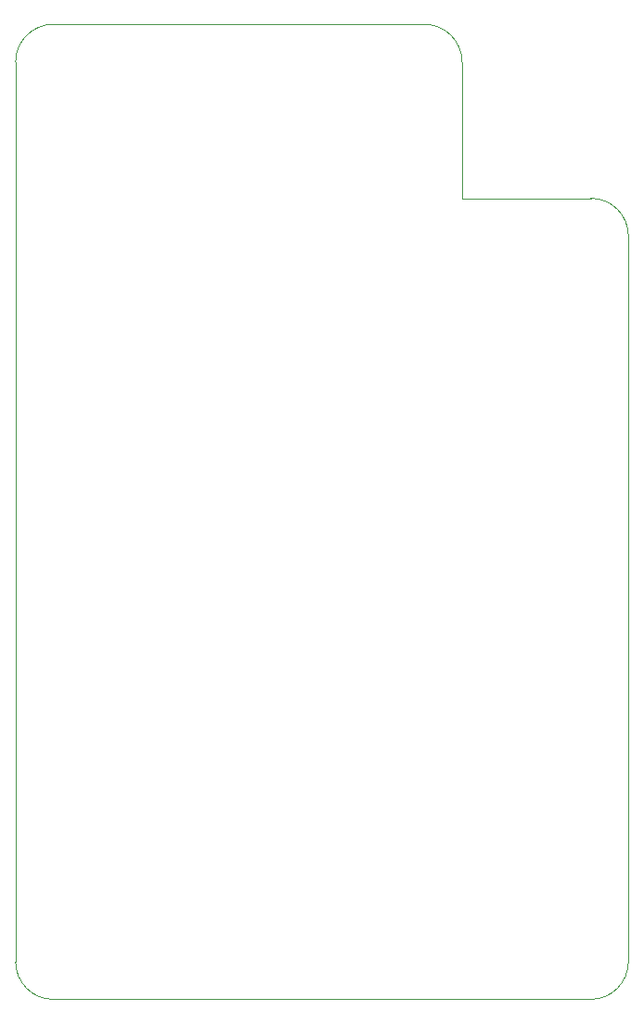
<source format=gbr>
%TF.GenerationSoftware,KiCad,Pcbnew,9.0.3*%
%TF.CreationDate,2025-10-30T22:20:45+00:00*%
%TF.ProjectId,TMSAdapterTC01,544d5341-6461-4707-9465-72544330312e,rev?*%
%TF.SameCoordinates,Original*%
%TF.FileFunction,Profile,NP*%
%FSLAX46Y46*%
G04 Gerber Fmt 4.6, Leading zero omitted, Abs format (unit mm)*
G04 Created by KiCad (PCBNEW 9.0.3) date 2025-10-30 22:20:45*
%MOMM*%
%LPD*%
G01*
G04 APERTURE LIST*
%TA.AperFunction,Profile*%
%ADD10C,0.050000*%
%TD*%
G04 APERTURE END LIST*
D10*
X61324624Y-25670000D02*
G75*
G02*
X64754600Y-29100000I-24J-3430000D01*
G01*
X27450000Y-25670000D02*
X61324624Y-25670000D01*
X76500000Y-41530000D02*
G75*
G02*
X79930000Y-44960000I0J-3430000D01*
G01*
X76500000Y-114590000D02*
X27450000Y-114590000D01*
X64754624Y-29100000D02*
X64754624Y-41530000D01*
X79930000Y-44960000D02*
X79930000Y-111160000D01*
X24020000Y-29100000D02*
X24020000Y-111160000D01*
X79930000Y-111160000D02*
G75*
G02*
X76500000Y-114590000I-3430000J0D01*
G01*
X24020000Y-29100000D02*
G75*
G02*
X27450000Y-25670000I3430000J0D01*
G01*
X64754624Y-41530000D02*
X76500000Y-41530000D01*
X27450000Y-114590000D02*
G75*
G02*
X24020000Y-111160000I0J3430000D01*
G01*
M02*

</source>
